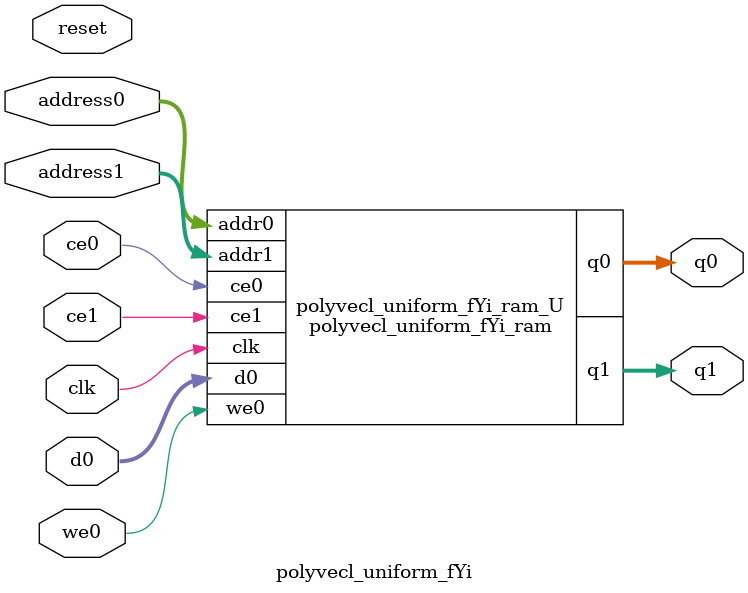
<source format=v>
`timescale 1 ns / 1 ps
module polyvecl_uniform_fYi_ram (addr0, ce0, d0, we0, q0, addr1, ce1, q1,  clk);

parameter DWIDTH = 8;
parameter AWIDTH = 10;
parameter MEM_SIZE = 680;

input[AWIDTH-1:0] addr0;
input ce0;
input[DWIDTH-1:0] d0;
input we0;
output reg[DWIDTH-1:0] q0;
input[AWIDTH-1:0] addr1;
input ce1;
output reg[DWIDTH-1:0] q1;
input clk;

(* ram_style = "block" *)reg [DWIDTH-1:0] ram[0:MEM_SIZE-1];




always @(posedge clk)  
begin 
    if (ce0) begin
        if (we0) 
            ram[addr0] <= d0; 
        q0 <= ram[addr0];
    end
end


always @(posedge clk)  
begin 
    if (ce1) begin
        q1 <= ram[addr1];
    end
end


endmodule

`timescale 1 ns / 1 ps
module polyvecl_uniform_fYi(
    reset,
    clk,
    address0,
    ce0,
    we0,
    d0,
    q0,
    address1,
    ce1,
    q1);

parameter DataWidth = 32'd8;
parameter AddressRange = 32'd680;
parameter AddressWidth = 32'd10;
input reset;
input clk;
input[AddressWidth - 1:0] address0;
input ce0;
input we0;
input[DataWidth - 1:0] d0;
output[DataWidth - 1:0] q0;
input[AddressWidth - 1:0] address1;
input ce1;
output[DataWidth - 1:0] q1;



polyvecl_uniform_fYi_ram polyvecl_uniform_fYi_ram_U(
    .clk( clk ),
    .addr0( address0 ),
    .ce0( ce0 ),
    .we0( we0 ),
    .d0( d0 ),
    .q0( q0 ),
    .addr1( address1 ),
    .ce1( ce1 ),
    .q1( q1 ));

endmodule


</source>
